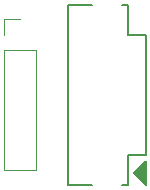
<source format=gbr>
%TF.GenerationSoftware,KiCad,Pcbnew,6.0.7-f9a2dced07~116~ubuntu20.04.1*%
%TF.CreationDate,2022-09-17T13:59:54-07:00*%
%TF.ProjectId,encoder_adapter,656e636f-6465-4725-9f61-646170746572,V1*%
%TF.SameCoordinates,Original*%
%TF.FileFunction,Legend,Top*%
%TF.FilePolarity,Positive*%
%FSLAX46Y46*%
G04 Gerber Fmt 4.6, Leading zero omitted, Abs format (unit mm)*
G04 Created by KiCad (PCBNEW 6.0.7-f9a2dced07~116~ubuntu20.04.1) date 2022-09-17 13:59:54*
%MOMM*%
%LPD*%
G01*
G04 APERTURE LIST*
%ADD10C,0.127000*%
%ADD11C,0.120000*%
G04 APERTURE END LIST*
D10*
%TO.C,J1*%
X133604000Y-96520000D02*
X135119000Y-96520000D01*
X133604000Y-106680000D02*
X135128000Y-106680000D01*
X133604000Y-109220000D02*
X133604000Y-106680000D01*
X135119000Y-96520000D02*
X135128000Y-106680000D01*
X128524000Y-109220000D02*
X128524000Y-93980000D01*
X133604000Y-109220000D02*
X133096000Y-109220000D01*
X133604000Y-93980000D02*
X133604000Y-96520000D01*
X133096000Y-93980000D02*
X133604000Y-93980000D01*
X128524000Y-109220000D02*
X130556000Y-109220000D01*
X128524000Y-93980000D02*
X130556000Y-93980000D01*
G36*
X135128000Y-109220000D02*
G01*
X134112000Y-108204000D01*
X135128000Y-107188000D01*
X135128000Y-109220000D01*
G37*
X135128000Y-109220000D02*
X134112000Y-108204000D01*
X135128000Y-107188000D01*
X135128000Y-109220000D01*
D11*
%TO.C,J2*%
X123130000Y-97790000D02*
X125790000Y-97790000D01*
X123130000Y-97790000D02*
X123130000Y-108010000D01*
X123130000Y-108010000D02*
X125790000Y-108010000D01*
X125790000Y-97790000D02*
X125790000Y-108010000D01*
X123130000Y-96520000D02*
X123130000Y-95190000D01*
X123130000Y-95190000D02*
X124460000Y-95190000D01*
%TD*%
M02*

</source>
